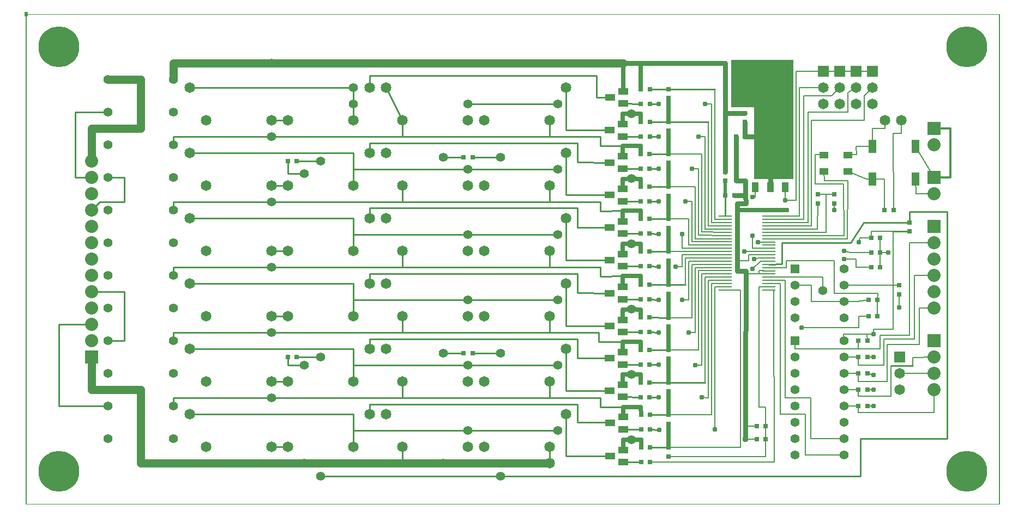
<source format=gtl>
G04*
G04 Format:               Gerber RS-274X*
G04 Layer:                TopCopper*
G04 This File Name:       bmsE.gtl*
G04 Source File Name:     bmsE.rrb*
G04 Unique ID:            bca468ea-87cd-4f63-8e83-bbeb9de39dea*
G04 Generated Date:       Saturday, 23 August 2014 16:22:35*
G04*
G04 Created Using:        Robot Room Copper Connection v2.6.5209*
G04 Software Contact:     http://www.robotroom.com/CopperConnection/Support.aspx*
G04 License Number:       1402*
G04*
G04 Zero Suppression:     Leading*
G04 Number Precision:     2.4*
G04*
%FSLAX24Y24*%
%MOIN*%
%LNTopCopper*%
%ADD10C,.008*%
%ADD11C,.01*%
%ADD12C,.012*%
%ADD13C,.02*%
%ADD14C,.025*%
%ADD15C,.03*%
%ADD16C,.031*%
%ADD17C,.037*%
%ADD18C,.05*%
%ADD19C,.056*%
%ADD20C,.065*%
%ADD21C,.08*%
%ADD22C,.25*%
%ADD23R,.006X.006*%
%ADD24R,.056X.056*%
%ADD25R,.065X.065*%
%ADD26R,.08X.08*%
%ADD27R,.02X.026*%
%ADD28R,.03X.03*%
%ADD29R,.04X.06*%
%ADD30R,.045X.08*%
%ADD31R,.053X.039*%
%ADD32R,.059X.039*%
%ADD33R,.08X.01*%
%ADD34R,.13X.065*%
G36*
G01X44500Y24800D02*
X46900D01*
Y19900D01*
X44500D01*
Y24800D01*
G37*
G36*
X43100Y27200D02*
X46900D01*
Y24300D01*
X43100D01*
Y27200D01*
G37*
D10*
X39270Y2920D02*
X45200D01*
X45400Y13120D02*
X45710D01*
X45730Y2580D01*
X38150D01*
X43990Y3980D02*
X44660D01*
X45210D02*
Y4770D01*
X39270Y3470D02*
X43670D01*
X44810Y13310D02*
Y5950D01*
X45210D01*
X43990Y4770D02*
X44660D01*
X45210Y5950D02*
Y4770D01*
X45400Y14100D02*
X44800D01*
X45400Y13310D02*
X44810D01*
X45400Y14290D02*
X44800Y14300D01*
X42750Y13310D02*
X42100D01*
X43670Y3470D02*
Y13130D01*
X42750Y13120D01*
X42100Y13310D02*
Y4570D01*
X39270Y5480D02*
X41900D01*
Y13510D01*
X41300Y6540D02*
X41700Y6530D01*
X41900Y13510D02*
X42750D01*
X41700Y13710D02*
X42750D01*
X41700D02*
Y6530D01*
X41500Y7460D02*
Y13900D01*
X42750D01*
X41100Y9460D02*
X39270D01*
X41300Y14100D02*
X42750D01*
X40900Y8530D02*
X41300Y8520D01*
Y14100D01*
X41100Y9460D02*
Y14310D01*
X42750Y14300D01*
X40500Y10510D02*
X40900D01*
X42750Y14690D02*
X40700D01*
X40900Y10510D02*
Y14490D01*
X50750Y26500D02*
X51750D01*
X40900Y14490D02*
X42750D01*
X40700Y14690D02*
Y11430D01*
X39270D01*
X40100Y12520D02*
X40500D01*
X40300Y13440D02*
Y15090D01*
X40500Y12520D02*
Y14890D01*
X42750D01*
X40300Y15090D02*
X42750Y15080D01*
X39700Y14550D02*
X40100D01*
X47540Y25010D02*
Y17440D01*
X40100Y14550D02*
Y15280D01*
X42750D01*
X51750Y25500D02*
X51250Y25000D01*
X42100Y17450D02*
X42750Y17440D01*
X45400Y17640D02*
X47290D01*
X42750Y15480D02*
X39270Y15470D01*
X51250Y25000D02*
Y23500D01*
X42100Y17450D02*
Y25430D01*
X45200Y2920D02*
X45210Y3980D01*
X41510Y24510D02*
X41900Y24520D01*
Y17260D01*
X51250Y23500D02*
X48000D01*
X41900Y17260D02*
X42750Y17250D01*
X41700Y23420D02*
Y17060D01*
X42750Y17050D01*
X41110Y22510D02*
X41500D01*
X39270Y21450D02*
X41300Y21460D01*
X41500Y22510D02*
Y16860D01*
X42750Y16850D01*
X41300Y21460D02*
Y16670D01*
X42750Y16660D01*
X40700Y20550D02*
X41100D01*
X39270Y19440D02*
X40900D01*
X41100Y20550D02*
Y16470D01*
X42750Y16460D01*
X40900Y19440D02*
Y16260D01*
X42750D01*
X40310Y18550D02*
X40700D01*
X39270Y17470D02*
X40500D01*
X40700Y18550D02*
Y16080D01*
X42750Y16070D01*
Y15670D02*
X40100Y15680D01*
X40500Y17470D02*
Y15880D01*
X42750Y15870D01*
X40100Y15680D02*
Y16550D01*
X45400Y15670D02*
X44400D01*
X51740Y19900D02*
X51380D01*
X44590Y19400D02*
Y18800D01*
X46410Y19400D02*
Y18600D01*
X44590Y18800D02*
X44400D01*
X45400Y15470D02*
X43900D01*
X47290Y25500D02*
Y17640D01*
X47800Y24000D02*
Y17250D01*
X44400Y16450D02*
Y15670D01*
X45400Y16060D02*
X44750D01*
X45400Y15280D02*
X44160D01*
Y14910D01*
X43460D01*
X48000Y23500D02*
Y17050D01*
X49750Y26500D02*
X48750D01*
X47080D01*
X45400Y17440D02*
X47540D01*
X47080Y26500D02*
X47070Y18600D01*
X46410D01*
X53040Y18000D02*
X53000Y22700D01*
Y10700D02*
Y13400D01*
X47290Y25500D02*
X48750D01*
X53000Y22700D02*
X53500D01*
X50760Y21400D02*
X50750Y21900D01*
X49250Y25010D02*
X49750Y25500D01*
X51500Y12500D02*
X50800Y12400D01*
X48780Y21390D02*
X48240Y21400D01*
X50250Y21390D02*
X50760Y21400D01*
X45400Y16460D02*
X50000D01*
X49250Y25010D02*
X47540D01*
X45400Y16260D02*
X50220D01*
X48780Y20390D02*
X48800Y19800D01*
X48240Y21400D02*
Y19600D01*
X51740Y19900D02*
X52480D01*
X54390D02*
X54400Y19000D01*
X48800Y19800D02*
X50230D01*
X48240Y19600D02*
X49980D01*
X52480Y19900D02*
X52490Y18000D01*
X45400Y17250D02*
X47800D01*
X51740Y21900D02*
Y23000D01*
X52500D01*
Y23520D01*
X51820Y10400D02*
Y10700D01*
X54400Y19000D02*
X55500D01*
X54610Y9780D02*
X52640D01*
X50250Y20390D02*
X51380Y19900D01*
X47400Y10800D02*
X50900D01*
X51820Y10700D02*
X53000D01*
X50750Y21900D02*
X51740D01*
X52050Y12500D02*
X52060Y12900D01*
X50900Y10800D02*
Y11500D01*
X55500Y20000D02*
X54390Y21900D01*
X50900Y11500D02*
X51500D01*
X50880Y9500D02*
X47000D01*
X51660Y16300D02*
X50980D01*
X49400Y18430D02*
Y18000D01*
X45400Y13510D02*
X46100Y13500D01*
X51660Y16300D02*
Y16700D01*
X47960Y6500D02*
X46400D01*
X45400Y13900D02*
X48700D01*
X46400Y6500D02*
Y13700D01*
X46100Y13500D02*
Y5500D01*
X47640D01*
X45400Y14490D02*
X46470D01*
X47640Y5500D02*
Y3000D01*
X47960Y6500D02*
Y4000D01*
X47640Y3000D02*
X50000D01*
X47960Y4000D02*
X50000D01*
X46470Y14490D02*
Y14900D01*
X50000Y13400D02*
X53000D01*
X55500Y16000D02*
X54000D01*
X52430Y8500D02*
Y10100D01*
X50000Y9000D02*
X50880D01*
X55500Y14000D02*
X54300D01*
X55510Y5600D02*
X50880D01*
X53400Y8000D02*
X55500D01*
X47000Y9500D02*
Y10000D01*
X55500Y9000D02*
X54210Y8990D01*
X54610Y9780D02*
Y12000D01*
X52200Y10360D02*
Y9500D01*
X50000Y10000D02*
X49990Y10400D01*
X55500Y7000D02*
X55510Y5600D01*
X50880Y7000D02*
Y6600D01*
X50000Y8000D02*
X50880D01*
Y5600D02*
Y6000D01*
X46400Y13700D02*
X45400D01*
X46470Y14900D02*
X49400D01*
X53380Y12850D02*
Y12050D01*
X49400Y12900D02*
X52060D01*
X50000Y12400D02*
X50800D01*
X47000Y13400D02*
X48000D01*
X49400Y12900D02*
Y14900D01*
X49990Y10400D02*
X51420D01*
X50880Y10000D02*
Y9500D01*
X52200D01*
X52650Y7510D02*
X50880Y7500D01*
Y9000D02*
Y8500D01*
X52430D01*
X54000Y16000D02*
Y10360D01*
X50880Y7500D02*
Y8000D01*
X54210Y8990D02*
Y8480D01*
X54000Y10360D02*
X52200D01*
X52890Y8490D02*
Y6600D01*
X52050Y11500D02*
Y12500D01*
X52890Y6600D02*
X50880D01*
X51820Y10400D02*
X51420D01*
X48000Y13400D02*
Y12400D01*
X50000D01*
X51430Y10000D02*
X51420Y10400D01*
X51430Y9000D02*
X51820D01*
X51430Y8000D02*
X51820Y7900D01*
X51430Y7000D02*
X51820D01*
X51430Y6000D02*
X51820D01*
X50000Y7000D02*
X50880D01*
X50000Y6000D02*
X50880D01*
X45400Y15080D02*
X44800D01*
X45400Y14880D02*
X44900D01*
X44800Y15080D02*
X44500Y15000D01*
X44900Y14880D02*
X44400Y14400D01*
X51660Y14500D02*
X50750D01*
X53000Y13400D02*
Y16700D01*
X44020Y14100D02*
X44800D01*
X52210Y14500D02*
Y15400D01*
X50000Y15000D02*
X50750D01*
X52210Y15400D02*
X52700D01*
X50750Y15000D02*
Y14500D01*
X45400Y17050D02*
X48000D01*
X44800Y14300D02*
Y14100D01*
X48700Y13090D02*
Y13900D01*
X52650Y7510D02*
X52640Y9780D01*
X55500Y12000D02*
X54610D01*
X54300Y10100D02*
X52430D01*
X54300D02*
Y14000D01*
X52210Y15400D02*
Y16300D01*
X51660Y15400D02*
X50360D01*
X51660Y16700D02*
X53000D01*
Y13400D02*
X53380D01*
X50900Y16060D02*
X50980Y16300D01*
X50360Y15400D02*
X50000Y15500D01*
X49980Y19600D02*
X50000Y16460D01*
X50230Y19800D02*
X50220Y16260D01*
X45400Y16850D02*
X48390D01*
X53500Y22700D02*
Y23520D01*
X48390Y16850D02*
X48400Y18430D01*
X49400Y18980D02*
X48900D01*
X48400D02*
X49400D01*
X48900D02*
Y16650D01*
X45400D01*
X49750Y26500D02*
X50750D01*
X47800Y24000D02*
X50240D01*
Y25200D01*
X50750Y25500D01*
D11*
X20000Y23500D02*
Y24500D01*
X4000Y13000D02*
X6000D01*
Y10000D01*
X20000Y3500D02*
Y4500D01*
X52890Y8490D02*
X54210Y8480D01*
X6000Y10000D02*
X5000D01*
X38150Y3480D02*
X39270Y3470D01*
X4000Y11000D02*
X2000D01*
X4000Y20000D02*
X3000D01*
X5000D02*
X6000D01*
X3000D02*
Y24000D01*
X5000D01*
X6000Y20000D02*
Y18500D01*
X4500D01*
X4000Y18000D01*
X2000Y11000D02*
Y6000D01*
X5000D01*
X37600Y2580D02*
X36500D01*
X10000Y25500D02*
X20000D01*
Y24500D01*
X38150Y5480D02*
X39270D01*
X15000Y23500D02*
X16000D01*
X37600Y4580D02*
X36500Y4590D01*
X38150Y4580D02*
X38700Y4560D01*
X9000Y22000D02*
Y22500D01*
X20000Y19500D02*
Y20500D01*
X23000Y22500D02*
X15000D01*
X23000D02*
Y23500D01*
X22000Y25500D02*
X23000Y23500D01*
Y22500D02*
X32000D01*
X20000Y11500D02*
Y12500D01*
X15000Y22500D02*
X9000D01*
X32000D02*
Y23500D01*
X16000Y19500D02*
X15000D01*
X32000Y18500D02*
X23000D01*
X9000Y20000D02*
Y20250D01*
X10000Y21500D02*
X20000D01*
X32000Y14500D02*
X23000D01*
X20000Y20500D02*
X27000D01*
X20000Y21500D02*
Y20500D01*
X9000Y18000D02*
Y18500D01*
X23000Y19500D02*
Y18500D01*
X9000D02*
X15000D01*
X35120D02*
X32000D01*
Y19500D01*
X10000Y17500D02*
X20000D01*
X9000Y14000D02*
Y14500D01*
X20000Y17500D02*
Y16500D01*
X27000D01*
X9000Y14500D02*
X15000D01*
X20000Y15500D02*
Y16500D01*
X32000Y14500D02*
Y15500D01*
X23000D02*
Y14500D01*
X15000D01*
X10000Y13500D02*
X20000D01*
Y12500D02*
X27000D01*
X20000Y13500D02*
Y12500D01*
X9000Y10000D02*
Y10500D01*
X23000Y11500D02*
Y10500D01*
X9000D02*
X15000D01*
X32000D02*
Y11500D01*
Y10500D02*
X23000D01*
X20000Y7500D02*
Y8500D01*
X10000Y9500D02*
X20000D01*
Y8500D02*
X27000D01*
X20000Y9500D02*
Y8500D01*
X38120Y7460D02*
X39270Y7450D01*
X37570Y6560D02*
X36470Y6570D01*
X38120Y6560D02*
X38670Y6540D01*
X39270Y7450D02*
X41500Y7460D01*
X38120Y9460D02*
X39270D01*
X9000Y6000D02*
Y6500D01*
X37570Y8560D02*
X36460D01*
X38120D02*
X38670Y8540D01*
X23000Y7500D02*
Y6500D01*
X9000D02*
X15000D01*
X32000D02*
Y7500D01*
Y6500D02*
X23000D01*
X15000Y15500D02*
X16000D01*
X15000Y11500D02*
X16000D01*
X15000Y7500D02*
X16000D01*
X27000Y12500D02*
X32500D01*
X32000Y14500D02*
X35120D01*
X10000Y5500D02*
X20000D01*
Y4500D02*
X27000D01*
X20000Y5500D02*
Y4500D01*
X21000Y22100D02*
X33700D01*
X38120Y11440D02*
X39270Y11430D01*
X37570Y10540D02*
X36470D01*
X38120D02*
X38670Y10520D01*
X38120Y13440D02*
X39270D01*
X37570Y12540D02*
X36460Y12550D01*
X38120Y12540D02*
X38670Y12520D01*
X39270Y13440D02*
X40300D01*
X32000Y3500D02*
Y2500D01*
X15000Y3500D02*
X16000D01*
X23000D02*
Y2500D01*
X33000Y25500D02*
Y22910D01*
X21000Y26250D02*
Y25500D01*
X36470Y21950D02*
X35120Y21940D01*
X33000Y22910D02*
X35680D01*
X21000Y26250D02*
X34880D01*
X35120Y21940D02*
Y22500D01*
X15000Y18500D02*
X23000D01*
X34880Y26250D02*
Y24920D01*
X35710D01*
X15000Y10500D02*
X23000D01*
X21000Y22100D02*
Y21500D01*
X33700Y22100D02*
Y20940D01*
X35680Y20930D01*
X33000Y21500D02*
Y18940D01*
X35670D01*
X15000Y6500D02*
X23000D01*
X21000Y17500D02*
Y18150D01*
X33000Y17500D02*
Y14950D01*
X35120Y22500D02*
X32000D01*
X33700Y18140D02*
Y16960D01*
X21000Y13500D02*
Y14100D01*
X33700Y16960D02*
X35670D01*
X33000Y14950D02*
X35670D01*
X33000Y13500D02*
Y10920D01*
X21000Y14100D02*
X33700D01*
Y12940D01*
X21000Y9500D02*
Y10100D01*
X33700Y12940D02*
X35670Y12930D01*
X33000Y10920D02*
X35680D01*
X33000Y9500D02*
Y6950D01*
X21000Y10100D02*
X33700D01*
Y8940D01*
X21000Y5500D02*
Y6100D01*
X33700Y8940D02*
X35670D01*
X33000Y6950D02*
X35680D01*
X33000Y5500D02*
Y2960D01*
X21000Y6100D02*
X33700D01*
Y5000D01*
X27000Y16500D02*
X32500D01*
X33700Y5000D02*
X35500D01*
X32500Y20500D02*
X27000D01*
X33000Y2960D02*
X35710D01*
X32500Y24500D02*
X27000D01*
X38120Y15470D02*
X39270D01*
X37570Y14570D02*
X36460D01*
X38120D02*
X38670Y14550D01*
X38120Y17470D02*
X39270D01*
X37570Y16570D02*
X36460Y16580D01*
X38120Y16570D02*
X38670Y16550D01*
X38120Y19450D02*
X39270Y19440D01*
X37570Y18550D02*
X36460Y18560D01*
X38120Y18550D02*
X38670D01*
X38120Y21450D02*
X39270D01*
X37570Y20550D02*
X36470D01*
X38120D02*
X38670D01*
X35120Y18500D02*
Y17960D01*
X36480Y17970D01*
X35120Y14500D02*
Y13960D01*
X27000Y8500D02*
X32500D01*
X35120Y13960D02*
X36470Y13970D01*
X32000Y10500D02*
X35000D01*
Y9960D01*
X36480D01*
X27000Y4500D02*
X32500D01*
X32000Y6500D02*
X35120D01*
Y5960D01*
X36500D01*
X21000Y18150D02*
X33700Y18140D01*
X38130Y23430D02*
X39280Y23420D01*
X37580Y22530D02*
X36470D01*
X38130D02*
X38680Y22510D01*
X39280Y23420D02*
X41700D01*
X38130Y25430D02*
X39280D01*
X37580Y24530D02*
X36500Y24540D01*
X38130Y24530D02*
X38680Y24510D01*
X39280Y25430D02*
X42100D01*
X42750Y18900D02*
Y17640D01*
X16000Y21000D02*
Y20250D01*
Y9000D02*
Y8500D01*
Y20250D02*
X17000D01*
X16000Y8500D02*
X17000D01*
X25500Y9250D02*
X26750D01*
X25500Y21250D02*
X26750D01*
X18000Y1700D02*
X29000D01*
X50400Y16000D02*
X51200Y17250D01*
X54000D01*
Y17900D01*
X56300D01*
Y4000D01*
X16550Y21000D02*
X18000D01*
X50400Y16000D02*
X46200D01*
X27300Y21250D02*
X29000Y21260D01*
X51000Y4000D02*
Y1700D01*
X16550Y9000D02*
X18000D01*
X51000Y1700D02*
X29000D01*
X27300Y9250D02*
X29000Y9260D01*
X51000Y4000D02*
X56300D01*
X45400Y14690D02*
X46200Y14700D01*
Y16000D01*
X53000Y16700D02*
X54000D01*
D12*
X55500Y23000D02*
X56510D01*
Y20000D01*
X55500D01*
D13*
X42750Y19800D02*
Y18900D01*
D14*
X37600Y3960D02*
X37000D01*
X37600D02*
Y3480D01*
X36500Y3330D02*
Y3960D01*
X39270Y3470D02*
Y4930D01*
X36470Y7940D02*
Y7320D01*
X36480Y9960D02*
X36460Y9310D01*
X37570Y7940D02*
Y7460D01*
X39270Y8910D02*
Y7450D01*
X37570Y19930D02*
X37000Y19940D01*
X37580Y23910D02*
X37000Y23920D01*
X37570Y15950D02*
X37000Y15940D01*
X37570Y11920D02*
X37000Y11940D01*
X37570Y9960D02*
X36480D01*
X37570Y7940D02*
X37000Y7960D01*
X37590Y5960D02*
X37000D01*
X36500Y3960D02*
X37000D01*
X36470Y13970D02*
X37570D01*
X36470Y11920D02*
Y11290D01*
X37570Y9960D02*
Y9460D01*
X36470Y11920D02*
X37000Y11940D01*
X36470Y13970D02*
X36460Y13300D01*
X37570Y11920D02*
Y11440D01*
X36480Y17970D02*
X37570D01*
X39270Y12890D02*
Y11430D01*
X36500Y5960D02*
Y5340D01*
X37590Y5960D02*
X37600Y5480D01*
X39270Y10880D02*
Y9460D01*
Y6900D02*
Y5480D01*
X36470Y15950D02*
X37000Y15940D01*
X37570Y13970D02*
Y13440D01*
X36470Y21950D02*
X37570D01*
X36470Y15950D02*
X36460Y15320D01*
X36470Y19930D02*
X37000Y19940D01*
X36480Y17970D02*
X36460Y17330D01*
X37570Y15950D02*
Y15470D01*
X39270Y16920D02*
Y15470D01*
X36480Y23910D02*
X36470Y23280D01*
Y19930D02*
X36460Y19310D01*
X37570Y17970D02*
Y17470D01*
X36480Y23910D02*
X37000Y23920D01*
X36470Y21950D02*
Y21300D01*
X37570Y19930D02*
Y19450D01*
X39270Y20900D02*
Y19440D01*
Y17470D02*
Y18890D01*
Y14920D02*
Y13440D01*
X37580Y23910D02*
Y23430D01*
X39280Y23420D02*
Y24880D01*
X37570Y21950D02*
Y21450D01*
X39270D02*
X39280Y22870D01*
X37580Y27000D02*
Y25430D01*
X36500Y25290D02*
Y27000D01*
X36470Y7940D02*
X37000Y7960D01*
X36500Y5960D02*
X37000D01*
X45400Y18000D02*
X46500D01*
X45400D02*
X43460D01*
D15*
X37580Y27000D02*
X36500D01*
X43990Y3980D02*
Y4770D01*
Y5910D02*
X43980Y7000D01*
X43990Y5910D02*
Y4770D01*
X37580Y27000D02*
X42750D01*
Y20350D02*
X42730Y23950D01*
X43300Y18900D02*
X43990D01*
X42750Y27000D02*
X42730Y23950D01*
X43950D02*
X42730D01*
X43950Y23400D02*
Y22500D01*
X45500D01*
X43400D02*
Y19800D01*
X43990D01*
X45500Y19400D02*
Y22500D01*
X43990Y19800D02*
Y18900D01*
X44000Y18400D01*
X43460Y14910D02*
Y18000D01*
Y18400D02*
Y18000D01*
X44020Y14100D02*
X43980Y7000D01*
X44000Y14290D02*
X43460D01*
Y18400D02*
X44000D01*
X43460Y14290D02*
Y14910D01*
X44020Y14100D02*
X44000Y14290D01*
D16*
X41300Y6540D03*
X42100Y4570D03*
X38700Y4560D03*
X40900Y8530D03*
X40500Y10510D03*
X40100Y12520D03*
X38670Y6540D03*
Y8540D03*
X39700Y14550D03*
X38670Y10520D03*
Y12520D03*
Y14550D03*
X41110Y22510D03*
X38670Y16550D03*
X40100D03*
X41510Y24510D03*
X38670Y18550D03*
Y20550D03*
X40700D03*
X38680Y22510D03*
Y24510D03*
X40310Y18550D03*
X44400Y16450D03*
Y18800D03*
X43900Y15470D03*
X46410Y18600D03*
X50000Y15500D03*
Y15000D03*
X44750Y16060D03*
X46500Y18000D03*
X49400D03*
X44500Y15000D03*
X53380Y12050D03*
X44400Y14400D03*
X43980Y7000D03*
X47400Y10800D03*
X51820Y7000D03*
Y6000D03*
Y7900D03*
Y9000D03*
Y10400D03*
X52700Y15400D03*
X50900Y16060D03*
D17*
X43990Y3980D03*
D18*
X9000Y27000D02*
X15000D01*
X32000Y2500D02*
X23000D01*
X4000Y9000D02*
Y7000D01*
X9000Y26000D02*
Y27000D01*
X4000Y7000D02*
X7000D01*
Y2500D01*
X23000D01*
X36500Y27000D02*
X15000D01*
X4000Y21000D02*
Y23000D01*
X7000D01*
Y26000D01*
X5000D02*
X7000D01*
D19*
X37000Y23920D03*
Y19940D03*
X20000Y25500D03*
X15000Y27000D03*
X20000Y24500D03*
X47000Y9000D03*
X27000Y24500D03*
X15000Y22500D03*
X27000Y20500D03*
X15000Y18500D03*
Y14500D03*
X27000Y16500D03*
X15000Y10500D03*
X27000Y12500D03*
Y8500D03*
X15000Y6500D03*
X37000Y15940D03*
Y11940D03*
Y7960D03*
Y3960D03*
X27000Y4500D03*
X32500Y20500D03*
Y24500D03*
X5000Y26000D03*
X9000D03*
X5000Y24000D03*
X9000D03*
X5000Y22000D03*
X9000D03*
X5000Y20000D03*
X9000D03*
X5000Y18000D03*
X9000D03*
X5000Y16000D03*
X9000D03*
X5000Y14000D03*
X9000D03*
X5000Y12000D03*
X9000D03*
X5000Y10000D03*
X9000D03*
X5000Y8000D03*
X9000D03*
X5000Y6000D03*
X9000D03*
X5000Y4000D03*
X9000D03*
X32500Y16500D03*
Y12500D03*
Y8500D03*
Y4500D03*
X47000Y8000D03*
Y7000D03*
Y6000D03*
Y5000D03*
X25500Y9250D03*
X47000Y4000D03*
Y3000D03*
X50000D03*
Y4000D03*
Y5000D03*
Y6000D03*
Y7000D03*
Y8000D03*
Y9000D03*
Y10000D03*
X17000Y8500D03*
Y2500D03*
Y20250D03*
X25500Y21250D03*
X47000Y13400D03*
Y12400D03*
Y11400D03*
X50000D03*
Y12400D03*
Y13400D03*
Y14400D03*
X25500Y2500D03*
X29000Y1700D03*
X18000D03*
Y21000D03*
Y9000D03*
X29000Y9260D03*
Y21260D03*
X48700Y13090D03*
D20*
X51750Y24500D03*
Y25500D03*
X52500Y23520D03*
X53500D03*
X50750Y24500D03*
Y25500D03*
X21000Y17500D03*
Y25500D03*
X32000Y2500D03*
X10000Y25500D03*
X49750Y24500D03*
X21000Y21500D03*
X10000D03*
X16000Y19500D03*
X20000D03*
X15000D03*
X11000D03*
X10000Y17500D03*
X33000Y21500D03*
X22000D03*
X28000Y19500D03*
X32000D03*
X27000D03*
X23000D03*
X49750Y25500D03*
X16000Y23500D03*
X20000D03*
X33000Y25500D03*
X22000D03*
X15000Y23500D03*
X11000D03*
X33000Y17500D03*
X22000D03*
X21000Y13500D03*
X10000D03*
X33000D03*
X22000D03*
X21000Y9500D03*
X16000Y15500D03*
X20000D03*
X15000D03*
X11000D03*
X10000Y9500D03*
X33000D03*
X22000D03*
X28000Y15500D03*
X32000D03*
X21000Y5500D03*
X10000D03*
X27000Y15500D03*
X23000D03*
X33000Y5500D03*
X22000D03*
X28000Y23500D03*
X32000D03*
X27000D03*
X23000D03*
X16000Y11500D03*
X20000D03*
X15000D03*
X11000D03*
X28000D03*
X32000D03*
X27000D03*
X23000D03*
X16000Y7500D03*
X20000D03*
X15000D03*
X11000D03*
X28000D03*
X32000D03*
X27000D03*
X23000D03*
X48750Y24500D03*
Y25500D03*
X16000Y3500D03*
X20000D03*
X15000D03*
X11000D03*
X53400Y7000D03*
Y8000D03*
X28000Y3500D03*
X32000D03*
X27000D03*
X23000D03*
D21*
X55500Y8000D03*
Y7000D03*
Y9000D03*
X4000Y11000D03*
X55500Y22000D03*
Y19000D03*
Y15000D03*
Y14000D03*
Y16000D03*
Y12000D03*
Y13000D03*
X4000Y12000D03*
Y10000D03*
Y14000D03*
Y13000D03*
Y15000D03*
Y17000D03*
Y16000D03*
Y18000D03*
Y19000D03*
Y21000D03*
Y20000D03*
D22*
X2000Y28000D03*
X57500D03*
Y2000D03*
X2000D03*
D24*
X47000Y10000D03*
Y14400D03*
D25*
X51750Y26500D03*
X50750D03*
X49750D03*
X48750D03*
X53400Y9000D03*
D26*
X55500Y10000D03*
X4000Y9000D03*
X55500Y23000D03*
Y17000D03*
Y20000D03*
D27*
X0Y30000D03*
D28*
X37600Y2580D03*
X38150D03*
X37600Y4580D03*
X38150D03*
X37600Y5480D03*
X38150D03*
X39270Y4930D03*
Y5480D03*
X37600Y3480D03*
X38150D03*
X39270Y2920D03*
Y3470D03*
X43950Y23400D03*
Y23950D03*
X42750Y19800D03*
X45210Y4770D03*
X44660Y3980D03*
X45210D03*
X44660Y4770D03*
X43400Y22500D03*
X43950D03*
X42750Y20350D03*
X37570Y6560D03*
X38120D03*
X37570Y8560D03*
X38120D03*
X37570Y9460D03*
X38120D03*
X39270Y8910D03*
Y9460D03*
X37570Y7460D03*
X38120D03*
X39270Y6900D03*
Y7450D03*
X37570Y10540D03*
X38120D03*
X37570Y12540D03*
X38120D03*
X37570Y13440D03*
X38120D03*
X39270Y12890D03*
Y13440D03*
X37570Y11440D03*
X38120D03*
X39270Y10880D03*
Y11430D03*
X37570Y14570D03*
X38120D03*
X37570Y16570D03*
X38120D03*
X37570Y17470D03*
X38120D03*
X39270Y16920D03*
Y17470D03*
X37570Y15470D03*
X38120D03*
X39270Y14920D03*
Y15470D03*
X37570Y18550D03*
X38120D03*
X37570Y20550D03*
X38120D03*
X37570Y21450D03*
X38120D03*
X39270Y20900D03*
Y21450D03*
X37570Y19450D03*
X38120D03*
X39270Y18890D03*
Y19440D03*
X42750Y18900D03*
X43300D03*
X37580Y22530D03*
X38130D03*
X37580Y24530D03*
X38130D03*
X37580Y25430D03*
X38130D03*
X39280Y24880D03*
Y25430D03*
X37580Y23430D03*
X38130D03*
X39280Y22870D03*
Y23420D03*
X16000Y9000D03*
X16550D03*
X26750Y21250D03*
X27300D03*
X26750Y9250D03*
X27300D03*
X16000Y21000D03*
X16550D03*
X53040Y18000D03*
X52490D03*
X48400Y18980D03*
Y18430D03*
X53380Y13400D03*
X51430Y9000D03*
X51500Y12500D03*
X52050D03*
X53380Y12850D03*
X54000Y16700D03*
X50880Y9000D03*
X51430Y8000D03*
X50880D03*
X51430Y10000D03*
X51500Y11500D03*
X52050D03*
X50880Y10000D03*
X51430Y7000D03*
X50880D03*
X51430Y6000D03*
X50880D03*
X49400Y18980D03*
X51660Y15400D03*
X52210D03*
X51660Y14500D03*
X52210D03*
X51660Y16300D03*
X52210D03*
X49400Y18430D03*
X54000Y17250D03*
D29*
X45500Y19400D03*
X46410D03*
X44590D03*
D30*
X51740Y21900D03*
Y19900D03*
X54390Y21900D03*
Y19900D03*
D31*
X48780Y21390D03*
Y20390D03*
X50250Y21390D03*
Y20390D03*
D32*
X36470Y10540D03*
Y11290D03*
X35680Y10920D03*
X36500Y2580D03*
Y4590D03*
Y5340D03*
Y3330D03*
X36460Y8560D03*
Y9310D03*
X35670Y8940D03*
X36470Y6570D03*
Y7320D03*
X35710Y4970D03*
X35680Y6950D03*
X36460Y14570D03*
X35710Y2960D03*
X36460Y15320D03*
X35670Y14950D03*
X36460Y12550D03*
Y13300D03*
X35670Y12930D03*
X36460Y16580D03*
Y17330D03*
Y18560D03*
X35670Y16960D03*
X36460Y19310D03*
X36470Y20550D03*
X35670Y18940D03*
X36470Y21300D03*
X35680Y20930D03*
X36470Y22530D03*
Y23280D03*
X35680Y22910D03*
X36500Y24540D03*
Y25290D03*
X35710Y24920D03*
D33*
X42750Y14690D03*
Y14890D03*
Y15080D03*
Y15280D03*
Y15480D03*
Y15670D03*
Y15870D03*
Y16070D03*
Y16260D03*
Y16460D03*
Y16660D03*
Y16850D03*
Y17050D03*
Y17250D03*
Y17440D03*
Y17640D03*
Y13510D03*
Y13710D03*
Y13900D03*
Y14100D03*
Y14300D03*
Y14490D03*
X45400Y13900D03*
Y14100D03*
Y14290D03*
Y14490D03*
Y14690D03*
Y14880D03*
Y15080D03*
Y15280D03*
Y15470D03*
Y15670D03*
Y15870D03*
Y16060D03*
Y16260D03*
Y16460D03*
Y16650D03*
Y16850D03*
X42750Y13310D03*
Y13120D03*
X45400D03*
Y13310D03*
Y13510D03*
Y13700D03*
Y17050D03*
Y17250D03*
Y17440D03*
Y17640D03*
D34*
X45500Y21880D03*
D23*
X0Y30000D02*
X59500D01*
Y0D01*
X0D01*
Y30000D01*
M02*

</source>
